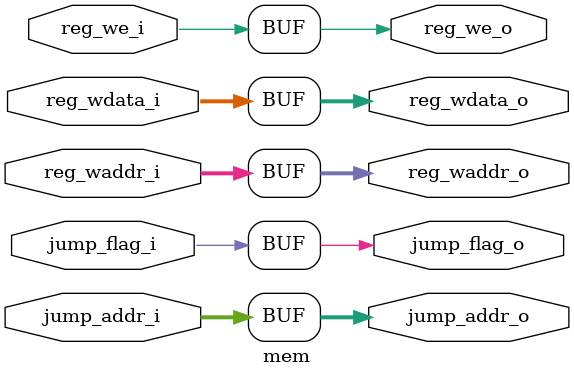
<source format=v>

module mem(


    input wire jump_flag_i,
    input wire[31:0]jump_addr_i,

/*
    // 至内存
    input wire[31:0] mem_wdata_i,        // 写内存数据
    input wire[31:0] mem_raddr_i,    // 读内存地址
    input wire[31:0] mem_waddr_i,    // 写内存地址
    input wire mem_we_i,                   // 是否要写内存
    input wire mem_req_i,                  // 请求访问内存标志
    //
    */
    // to regs
    input wire[31:0] reg_wdata_i,       // 写寄存器数据
    input wire reg_we_i,                   // 是否要写通用寄存器
    input wire[4:0] reg_waddr_i,   // 写通用寄存器地址

    //以上输入，以下输出

    /*
    output reg[31:0] mem_wdata_o,        // 写内存数据
    output reg[31:0] mem_raddr_o,    // 读内存地址
    output reg[31:0] mem_waddr_o,    // 写内存地址
    output wire mem_we_o,                   // 是否要写内存
    output wire mem_req_o,                  // 请求访问内存标志
    //
    */
    // to regs
    output wire[31:0] reg_wdata_o,       // 写寄存器数据
    output wire reg_we_o,                   // 是否要写通用寄存器
    output wire[4:0] reg_waddr_o,   // 写通用寄存器地址


    output wire jump_flag_o,
    output wire[31:0] jump_addr_o

    );

    /*reg men_we;
    reg mem_req;
    reg reg_wdata;
    reg reg_we;
    reg reg_waddr;

    assign mem_we_o=mem_we_i;                   // 是否要写内存
    assign mem_req_o=mem_req_i;                 // 请求访问内存标志
*/


    assign reg_wdata_o=reg_wdata_i;      // 写寄存器数据
    assign reg_we_o=reg_we_i;                   // 是否要写通用寄存器
    assign reg_waddr_o=reg_waddr_i ; // 写通用寄存器地址
    assign jump_flag_o=jump_flag_i;
    assign jump_addr_o=jump_addr_i;
/*

always @ (*) begin
    mem_wdata_o=mem_wdata_i;       // 写内存数据
    mem_raddr_o=mem_raddr_i;    // 读内存地址
    mem_waddr_o=mem_waddr_i;    // 写内存地址

  

end

 */ 


endmodule

</source>
